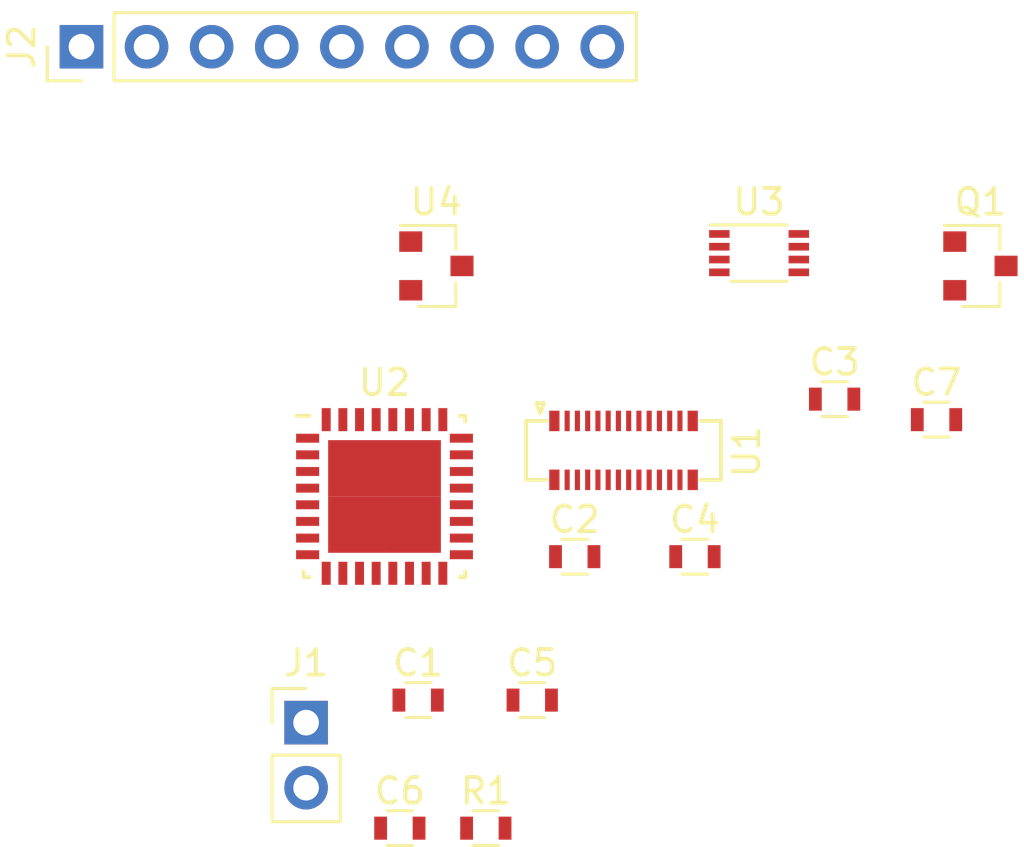
<source format=kicad_pcb>
(kicad_pcb (version 20171130) (host pcbnew "(2018-01-07 revision 445fc0000)-makepkg")

  (general
    (thickness 1.6)
    (drawings 0)
    (tracks 0)
    (zones 0)
    (modules 15)
    (nets 48)
  )

  (page A4)
  (layers
    (0 F.Cu signal)
    (31 B.Cu signal)
    (32 B.Adhes user)
    (33 F.Adhes user)
    (34 B.Paste user)
    (35 F.Paste user)
    (36 B.SilkS user)
    (37 F.SilkS user)
    (38 B.Mask user)
    (39 F.Mask user)
    (40 Dwgs.User user)
    (41 Cmts.User user)
    (42 Eco1.User user)
    (43 Eco2.User user)
    (44 Edge.Cuts user)
    (45 Margin user)
    (46 B.CrtYd user)
    (47 F.CrtYd user)
    (48 B.Fab user hide)
    (49 F.Fab user hide)
  )

  (setup
    (last_trace_width 0.25)
    (trace_clearance 0.2)
    (zone_clearance 0.508)
    (zone_45_only no)
    (trace_min 0.2)
    (segment_width 0.2)
    (edge_width 0.15)
    (via_size 0.8)
    (via_drill 0.4)
    (via_min_size 0.4)
    (via_min_drill 0.3)
    (uvia_size 0.3)
    (uvia_drill 0.1)
    (uvias_allowed no)
    (uvia_min_size 0.2)
    (uvia_min_drill 0.1)
    (pcb_text_width 0.3)
    (pcb_text_size 1.5 1.5)
    (mod_edge_width 0.15)
    (mod_text_size 1 1)
    (mod_text_width 0.15)
    (pad_size 1.524 1.524)
    (pad_drill 0.762)
    (pad_to_mask_clearance 0.2)
    (aux_axis_origin 0 0)
    (visible_elements 7FFFFFFF)
    (pcbplotparams
      (layerselection 0x010fc_ffffffff)
      (usegerberextensions false)
      (usegerberattributes false)
      (usegerberadvancedattributes false)
      (creategerberjobfile false)
      (excludeedgelayer true)
      (linewidth 0.100000)
      (plotframeref false)
      (viasonmask false)
      (mode 1)
      (useauxorigin false)
      (hpglpennumber 1)
      (hpglpenspeed 20)
      (hpglpendiameter 15)
      (psnegative false)
      (psa4output false)
      (plotreference true)
      (plotvalue true)
      (plotinvisibletext false)
      (padsonsilk false)
      (subtractmaskfromsilk false)
      (outputformat 1)
      (mirror false)
      (drillshape 1)
      (scaleselection 1)
      (outputdirectory ""))
  )

  (net 0 "")
  (net 1 "Net-(Q1-Pad3)")
  (net 2 GND)
  (net 3 /KBD_BL)
  (net 4 +3V3)
  (net 5 VDD)
  (net 6 "Net-(C6-Pad1)")
  (net 7 /SPI_SCK_IN)
  (net 8 /SPI_MISO)
  (net 9 /SPI_MOSI_IN)
  (net 10 /SPI_CS_IN)
  (net 11 /SPI_INT)
  (net 12 /KBD_MIC)
  (net 13 /SWDIO)
  (net 14 /SWCLK)
  (net 15 /SPI_SCK)
  (net 16 /SPI_CS)
  (net 17 /SPI_MOSI)
  (net 18 "Net-(U2-Pad1)")
  (net 19 "Net-(U2-Pad2)")
  (net 20 "Net-(U2-Pad3)")
  (net 21 "Net-(U2-Pad10)")
  (net 22 "Net-(U2-Pad12)")
  (net 23 "Net-(U2-Pad13)")
  (net 24 "Net-(U2-Pad16)")
  (net 25 "Net-(U2-Pad17)")
  (net 26 "Net-(U2-Pad18)")
  (net 27 "Net-(U2-Pad19)")
  (net 28 "Net-(U2-Pad22)")
  (net 29 "Net-(U2-Pad23)")
  (net 30 "Net-(U2-Pad24)")
  (net 31 "Net-(U2-Pad27)")
  (net 32 "Net-(U2-Pad29)")
  (net 33 "Net-(U2-Pad30)")
  (net 34 "Net-(U2-Pad31)")
  (net 35 "Net-(U2-Pad32)")
  (net 36 /KBD_ROW1)
  (net 37 /KBD_COL1)
  (net 38 /KBD_ROW2)
  (net 39 /KBD_COL2)
  (net 40 /KBD_COL3)
  (net 41 /KBD_COL4)
  (net 42 /KBD_ROW3)
  (net 43 /KBD_COL5)
  (net 44 /KBD_ROW4)
  (net 45 /KBD_ROW5)
  (net 46 /KBD_ROW6)
  (net 47 /KBD_ROW7)

  (net_class Default "This is the default net class."
    (clearance 0.2)
    (trace_width 0.25)
    (via_dia 0.8)
    (via_drill 0.4)
    (uvia_dia 0.3)
    (uvia_drill 0.1)
    (add_net +3V3)
    (add_net /KBD_BL)
    (add_net /KBD_COL1)
    (add_net /KBD_COL2)
    (add_net /KBD_COL3)
    (add_net /KBD_COL4)
    (add_net /KBD_COL5)
    (add_net /KBD_MIC)
    (add_net /KBD_ROW1)
    (add_net /KBD_ROW2)
    (add_net /KBD_ROW3)
    (add_net /KBD_ROW4)
    (add_net /KBD_ROW5)
    (add_net /KBD_ROW6)
    (add_net /KBD_ROW7)
    (add_net /SPI_CS)
    (add_net /SPI_CS_IN)
    (add_net /SPI_INT)
    (add_net /SPI_MISO)
    (add_net /SPI_MOSI)
    (add_net /SPI_MOSI_IN)
    (add_net /SPI_SCK)
    (add_net /SPI_SCK_IN)
    (add_net /SWCLK)
    (add_net /SWDIO)
    (add_net GND)
    (add_net "Net-(C6-Pad1)")
    (add_net "Net-(Q1-Pad3)")
    (add_net "Net-(U2-Pad1)")
    (add_net "Net-(U2-Pad10)")
    (add_net "Net-(U2-Pad12)")
    (add_net "Net-(U2-Pad13)")
    (add_net "Net-(U2-Pad16)")
    (add_net "Net-(U2-Pad17)")
    (add_net "Net-(U2-Pad18)")
    (add_net "Net-(U2-Pad19)")
    (add_net "Net-(U2-Pad2)")
    (add_net "Net-(U2-Pad22)")
    (add_net "Net-(U2-Pad23)")
    (add_net "Net-(U2-Pad24)")
    (add_net "Net-(U2-Pad27)")
    (add_net "Net-(U2-Pad29)")
    (add_net "Net-(U2-Pad3)")
    (add_net "Net-(U2-Pad30)")
    (add_net "Net-(U2-Pad31)")
    (add_net "Net-(U2-Pad32)")
    (add_net VDD)
  )

  (module "Connectors_Hirose_extra:BM14B(0.8)-24DS-0.4V(53)" (layer F.Cu) (tedit 5A316BF1) (tstamp 5A5441BF)
    (at 131.15119 61.7575)
    (path /5A58C35F)
    (attr smd)
    (fp_text reference U1 (at 4.8 0.05 90) (layer F.SilkS)
      (effects (font (size 1 1) (thickness 0.15)))
    )
    (fp_text value BBQ10KBD (at 0 -2.65) (layer F.Fab)
      (effects (font (size 1 1) (thickness 0.15)))
    )
    (fp_line (start -3.64 -0.99) (end 3.64 -0.99) (layer F.Fab) (width 0.15))
    (fp_line (start 3.64 -0.99) (end 3.64 0.99) (layer F.Fab) (width 0.15))
    (fp_line (start 3.64 0.99) (end -3.64 0.99) (layer F.Fab) (width 0.15))
    (fp_line (start -3.64 0.99) (end -3.64 -0.99) (layer F.Fab) (width 0.15))
    (fp_line (start 3 -1.15) (end 3.8 -1.15) (layer F.SilkS) (width 0.15))
    (fp_line (start 3.8 -1.15) (end 3.8 1.15) (layer F.SilkS) (width 0.15))
    (fp_line (start 3.8 1.15) (end 3 1.15) (layer F.SilkS) (width 0.15))
    (fp_line (start -3 1.15) (end -3.8 1.15) (layer F.SilkS) (width 0.15))
    (fp_line (start -3.8 1.15) (end -3.8 -1.15) (layer F.SilkS) (width 0.15))
    (fp_line (start -3.8 -1.15) (end -3 -1.15) (layer F.SilkS) (width 0.15))
    (fp_line (start -3.4 -1.85) (end -3.1 -1.85) (layer F.SilkS) (width 0.15))
    (fp_line (start -3.1 -1.85) (end -3.25 -1.45) (layer F.SilkS) (width 0.15))
    (fp_line (start -3.25 -1.45) (end -3.4 -1.85) (layer F.SilkS) (width 0.15))
    (pad 2 smd rect (at -2.2 -1.15) (size 0.2 0.8) (layers F.Cu F.Paste F.Mask)
      (net 4 +3V3))
    (pad 3 smd rect (at -1.8 -1.15) (size 0.2 0.8) (layers F.Cu F.Paste F.Mask)
      (net 12 /KBD_MIC))
    (pad 4 smd rect (at -1.4 -1.15) (size 0.2 0.8) (layers F.Cu F.Paste F.Mask)
      (net 2 GND))
    (pad 5 smd rect (at -1 -1.15) (size 0.2 0.8) (layers F.Cu F.Paste F.Mask)
      (net 2 GND))
    (pad 6 smd rect (at -0.6 -1.15) (size 0.2 0.8) (layers F.Cu F.Paste F.Mask)
      (net 36 /KBD_ROW1))
    (pad 7 smd rect (at -0.2 -1.15) (size 0.2 0.8) (layers F.Cu F.Paste F.Mask)
      (net 37 /KBD_COL1))
    (pad 8 smd rect (at 0.2 -1.15) (size 0.2 0.8) (layers F.Cu F.Paste F.Mask)
      (net 38 /KBD_ROW2))
    (pad 9 smd rect (at 0.6 -1.15) (size 0.2 0.8) (layers F.Cu F.Paste F.Mask)
      (net 39 /KBD_COL2))
    (pad 10 smd rect (at 1 -1.15) (size 0.2 0.8) (layers F.Cu F.Paste F.Mask)
      (net 40 /KBD_COL3))
    (pad 11 smd rect (at 1.4 -1.15) (size 0.2 0.8) (layers F.Cu F.Paste F.Mask)
      (net 2 GND))
    (pad 12 smd rect (at 1.8 -1.15) (size 0.2 0.8) (layers F.Cu F.Paste F.Mask)
      (net 2 GND))
    (pad 13 smd rect (at 2.2 -1.15) (size 0.2 0.8) (layers F.Cu F.Paste F.Mask)
      (net 2 GND))
    (pad 16 smd rect (at 2.2 1.15) (size 0.2 0.8) (layers F.Cu F.Paste F.Mask)
      (net 2 GND))
    (pad 17 smd rect (at 1.8 1.15) (size 0.2 0.8) (layers F.Cu F.Paste F.Mask)
      (net 41 /KBD_COL4))
    (pad 18 smd rect (at 1.4 1.15) (size 0.2 0.8) (layers F.Cu F.Paste F.Mask)
      (net 42 /KBD_ROW3))
    (pad 19 smd rect (at 1 1.15) (size 0.2 0.8) (layers F.Cu F.Paste F.Mask)
      (net 43 /KBD_COL5))
    (pad 20 smd rect (at 0.6 1.15) (size 0.2 0.8) (layers F.Cu F.Paste F.Mask)
      (net 44 /KBD_ROW4))
    (pad 21 smd rect (at 0.2 1.15) (size 0.2 0.8) (layers F.Cu F.Paste F.Mask)
      (net 45 /KBD_ROW5))
    (pad 22 smd rect (at -0.2 1.15) (size 0.2 0.8) (layers F.Cu F.Paste F.Mask)
      (net 46 /KBD_ROW6))
    (pad 23 smd rect (at -0.6 1.15) (size 0.2 0.8) (layers F.Cu F.Paste F.Mask)
      (net 1 "Net-(Q1-Pad3)"))
    (pad 24 smd rect (at -1 1.15) (size 0.2 0.8) (layers F.Cu F.Paste F.Mask)
      (net 4 +3V3))
    (pad 25 smd rect (at -1.4 1.15) (size 0.2 0.8) (layers F.Cu F.Paste F.Mask)
      (net 1 "Net-(Q1-Pad3)"))
    (pad 26 smd rect (at -1.8 1.15) (size 0.2 0.8) (layers F.Cu F.Paste F.Mask)
      (net 4 +3V3))
    (pad 27 smd rect (at -2.2 1.15) (size 0.2 0.8) (layers F.Cu F.Paste F.Mask)
      (net 47 /KBD_ROW7))
    (pad 1 smd rect (at -2.7 -1.15) (size 0.4 0.8) (layers F.Cu F.Paste F.Mask)
      (net 2 GND))
    (pad 14 smd rect (at 2.7 -1.15) (size 0.4 0.8) (layers F.Cu F.Paste F.Mask)
      (net 2 GND))
    (pad 15 smd rect (at 2.7 1.15) (size 0.4 0.8) (layers F.Cu F.Paste F.Mask)
      (net 2 GND))
    (pad 28 smd rect (at -2.7 1.15) (size 0.4 0.8) (layers F.Cu F.Paste F.Mask)
      (net 2 GND))
    (model "${KIPRJMOD}/modules/packages3d/Connectors_Hirose.3dshapes/BM14B(0.8)-24DS-0.4V.stp"
      (offset (xyz 25.7 -30.1 -2.15))
      (scale (xyz 1 1 1))
      (rotate (xyz -90 0 -90))
    )
  )

  (module Housings_DFN_QFN_extra:QFN-32_EP_6x6_Pitch0.65mm (layer F.Cu) (tedit 5A52976A) (tstamp 5A544192)
    (at 121.824524 63.5575)
    (path /5A577271)
    (attr smd)
    (fp_text reference U2 (at 0 -4.45) (layer F.SilkS)
      (effects (font (size 1 1) (thickness 0.15)))
    )
    (fp_text value EFM32ZG210 (at 0 4.45) (layer F.Fab)
      (effects (font (size 1 1) (thickness 0.15)))
    )
    (fp_line (start -2 -3) (end -3 -2) (layer F.Fab) (width 0.15))
    (fp_line (start -3 -2) (end -3 3) (layer F.Fab) (width 0.15))
    (fp_line (start -3 3) (end 3 3) (layer F.Fab) (width 0.15))
    (fp_line (start 3 3) (end 3 -3) (layer F.Fab) (width 0.15))
    (fp_line (start 3 -3) (end -2 -3) (layer F.Fab) (width 0.15))
    (fp_line (start 2.925 -3.15) (end 3.15 -3.15) (layer F.SilkS) (width 0.15))
    (fp_line (start 3.15 -3.15) (end 3.15 -2.925) (layer F.SilkS) (width 0.15))
    (fp_line (start 2.925 3.15) (end 3.15 3.15) (layer F.SilkS) (width 0.15))
    (fp_line (start 3.15 3.15) (end 3.15 2.925) (layer F.SilkS) (width 0.15))
    (fp_line (start -2.925 3.15) (end -3.15 3.15) (layer F.SilkS) (width 0.15))
    (fp_line (start -3.15 3.15) (end -3.15 2.925) (layer F.SilkS) (width 0.15))
    (fp_line (start -2.925 -3.15) (end -3.45 -3.15) (layer F.SilkS) (width 0.15))
    (fp_line (start -3.7 -3.7) (end 3.7 -3.7) (layer F.CrtYd) (width 0.05))
    (fp_line (start 3.7 -3.7) (end 3.7 3.7) (layer F.CrtYd) (width 0.05))
    (fp_line (start 3.7 3.7) (end -3.7 3.7) (layer F.CrtYd) (width 0.05))
    (fp_line (start -3.7 3.7) (end -3.7 -3.7) (layer F.CrtYd) (width 0.05))
    (pad 1 smd rect (at -3 -2.275 90) (size 0.35 0.9) (layers F.Cu F.Paste F.Mask)
      (net 18 "Net-(U2-Pad1)"))
    (pad 2 smd rect (at -3 -1.625 90) (size 0.35 0.9) (layers F.Cu F.Paste F.Mask)
      (net 19 "Net-(U2-Pad2)"))
    (pad 3 smd rect (at -3 -0.975 90) (size 0.35 0.9) (layers F.Cu F.Paste F.Mask)
      (net 20 "Net-(U2-Pad3)"))
    (pad 4 smd rect (at -3 -0.325 90) (size 0.35 0.9) (layers F.Cu F.Paste F.Mask)
      (net 4 +3V3))
    (pad 5 smd rect (at -3 0.325 90) (size 0.35 0.9) (layers F.Cu F.Paste F.Mask)
      (net 8 /SPI_MISO))
    (pad 6 smd rect (at -3 0.975 90) (size 0.35 0.9) (layers F.Cu F.Paste F.Mask)
      (net 17 /SPI_MOSI))
    (pad 7 smd rect (at -3 1.625 90) (size 0.35 0.9) (layers F.Cu F.Paste F.Mask)
      (net 15 /SPI_SCK))
    (pad 8 smd rect (at -3 2.275 90) (size 0.35 0.9) (layers F.Cu F.Paste F.Mask)
      (net 16 /SPI_CS))
    (pad 9 smd rect (at -2.275 3) (size 0.35 0.9) (layers F.Cu F.Paste F.Mask)
      (net 5 VDD))
    (pad 10 smd rect (at -1.625 3) (size 0.35 0.9) (layers F.Cu F.Paste F.Mask)
      (net 21 "Net-(U2-Pad10)"))
    (pad 11 smd rect (at -0.975 3) (size 0.35 0.9) (layers F.Cu F.Paste F.Mask)
      (net 4 +3V3))
    (pad 12 smd rect (at -0.325 3) (size 0.35 0.9) (layers F.Cu F.Paste F.Mask)
      (net 22 "Net-(U2-Pad12)"))
    (pad 13 smd rect (at 0.325 3) (size 0.35 0.9) (layers F.Cu F.Paste F.Mask)
      (net 23 "Net-(U2-Pad13)"))
    (pad 14 smd rect (at 0.975 3) (size 0.35 0.9) (layers F.Cu F.Paste F.Mask)
      (net 4 +3V3))
    (pad 15 smd rect (at 1.625 3) (size 0.35 0.9) (layers F.Cu F.Paste F.Mask)
      (net 4 +3V3))
    (pad 16 smd rect (at 2.275 3) (size 0.35 0.9) (layers F.Cu F.Paste F.Mask)
      (net 24 "Net-(U2-Pad16)"))
    (pad 17 smd rect (at 3 2.275 90) (size 0.35 0.9) (layers F.Cu F.Paste F.Mask)
      (net 25 "Net-(U2-Pad17)"))
    (pad 18 smd rect (at 3 1.625 90) (size 0.35 0.9) (layers F.Cu F.Paste F.Mask)
      (net 26 "Net-(U2-Pad18)"))
    (pad 19 smd rect (at 3 0.975 90) (size 0.35 0.9) (layers F.Cu F.Paste F.Mask)
      (net 27 "Net-(U2-Pad19)"))
    (pad 20 smd rect (at 3 0.325 90) (size 0.35 0.9) (layers F.Cu F.Paste F.Mask)
      (net 4 +3V3))
    (pad 21 smd rect (at 3 -0.325 90) (size 0.35 0.9) (layers F.Cu F.Paste F.Mask)
      (net 6 "Net-(C6-Pad1)"))
    (pad 22 smd rect (at 3 -0.975 90) (size 0.35 0.9) (layers F.Cu F.Paste F.Mask)
      (net 28 "Net-(U2-Pad22)"))
    (pad 23 smd rect (at 3 -1.625 90) (size 0.35 0.9) (layers F.Cu F.Paste F.Mask)
      (net 29 "Net-(U2-Pad23)"))
    (pad 24 smd rect (at 3 -2.275 90) (size 0.35 0.9) (layers F.Cu F.Paste F.Mask)
      (net 30 "Net-(U2-Pad24)"))
    (pad 25 smd rect (at 2.275 -3) (size 0.35 0.9) (layers F.Cu F.Paste F.Mask)
      (net 14 /SWCLK))
    (pad 26 smd rect (at 1.625 -3) (size 0.35 0.9) (layers F.Cu F.Paste F.Mask)
      (net 13 /SWDIO))
    (pad 27 smd rect (at 0.975 -3) (size 0.35 0.9) (layers F.Cu F.Paste F.Mask)
      (net 31 "Net-(U2-Pad27)"))
    (pad 28 smd rect (at 0.325 -3) (size 0.35 0.9) (layers F.Cu F.Paste F.Mask)
      (net 4 +3V3))
    (pad 29 smd rect (at -0.325 -3) (size 0.35 0.9) (layers F.Cu F.Paste F.Mask)
      (net 32 "Net-(U2-Pad29)"))
    (pad 30 smd rect (at -0.975 -3) (size 0.35 0.9) (layers F.Cu F.Paste F.Mask)
      (net 33 "Net-(U2-Pad30)"))
    (pad 31 smd rect (at -1.625 -3) (size 0.35 0.9) (layers F.Cu F.Paste F.Mask)
      (net 34 "Net-(U2-Pad31)"))
    (pad 32 smd rect (at -2.275 -3) (size 0.35 0.9) (layers F.Cu F.Paste F.Mask)
      (net 35 "Net-(U2-Pad32)"))
    (pad 33 smd rect (at -1.1 -1.1) (size 2.2 2.2) (layers F.Cu F.Paste F.Mask)
      (net 2 GND) (solder_paste_margin -0.1))
    (pad 33 smd rect (at -1.1 1.1) (size 2.2 2.2) (layers F.Cu F.Paste F.Mask)
      (net 2 GND) (solder_paste_margin -0.1))
    (pad 33 smd rect (at 1.1 -1.1) (size 2.2 2.2) (layers F.Cu F.Paste F.Mask)
      (net 2 GND) (solder_paste_margin -0.1))
    (pad 33 smd rect (at 1.1 1.1) (size 2.2 2.2) (layers F.Cu F.Paste F.Mask)
      (net 2 GND) (solder_paste_margin -0.1))
    (model ${KISYS3DMOD}/Housings_DFN_QFN.3dshapes/QFN-32-1EP_5x5mm_Pitch0.5mm.wrl
      (at (xyz 0 0 0))
      (scale (xyz 1.25 1.25 1.2))
      (rotate (xyz 0 0 0))
    )
  )

  (module Housings_SSOP:VSSOP-8_2.3x2mm_Pitch0.5mm (layer F.Cu) (tedit 589DBB26) (tstamp 5A54415A)
    (at 136.439285 54.0575)
    (descr "VSSOP-8 2.3x2mm Pitch 0.5mm")
    (tags "VSSOP-8 2.3x2mm Pitch 0.5mm")
    (path /5A53C954)
    (attr smd)
    (fp_text reference U3 (at 0 -2) (layer F.SilkS)
      (effects (font (size 1 1) (thickness 0.15)))
    )
    (fp_text value SN74LVC3G07DCUR (at 0 2.2) (layer F.Fab)
      (effects (font (size 1 1) (thickness 0.15)))
    )
    (fp_text user %R (at 0 0) (layer F.Fab)
      (effects (font (size 0.5 0.5) (thickness 0.1)))
    )
    (fp_line (start 1.15 -1) (end 1.15 1) (layer F.Fab) (width 0.1))
    (fp_line (start 1.15 1) (end -1.15 1) (layer F.Fab) (width 0.1))
    (fp_line (start -1.15 1) (end -1.15 -0.45) (layer F.Fab) (width 0.1))
    (fp_line (start -0.6 -1) (end 1.15 -1) (layer F.Fab) (width 0.1))
    (fp_line (start -0.6 -1) (end -1.15 -0.45) (layer F.Fab) (width 0.1))
    (fp_line (start 1.1 -1.1) (end -1.9 -1.1) (layer F.SilkS) (width 0.12))
    (fp_line (start 1.1 1.1) (end -1.1 1.1) (layer F.SilkS) (width 0.12))
    (fp_line (start 2.25 -1.25) (end 2.25 1.25) (layer F.CrtYd) (width 0.05))
    (fp_line (start 2.25 1.25) (end -2.25 1.25) (layer F.CrtYd) (width 0.05))
    (fp_line (start -2.25 1.25) (end -2.25 -1.25) (layer F.CrtYd) (width 0.05))
    (fp_line (start -2.25 -1.25) (end 2.25 -1.25) (layer F.CrtYd) (width 0.05))
    (pad 8 smd rect (at 1.55 -0.75 270) (size 0.3 0.8) (layers F.Cu F.Paste F.Mask)
      (net 4 +3V3))
    (pad 7 smd rect (at 1.55 -0.25 270) (size 0.3 0.8) (layers F.Cu F.Paste F.Mask)
      (net 15 /SPI_SCK))
    (pad 6 smd rect (at 1.55 0.25 270) (size 0.3 0.8) (layers F.Cu F.Paste F.Mask)
      (net 9 /SPI_MOSI_IN))
    (pad 5 smd rect (at 1.55 0.75 270) (size 0.3 0.8) (layers F.Cu F.Paste F.Mask)
      (net 16 /SPI_CS))
    (pad 4 smd rect (at -1.55 0.75 270) (size 0.3 0.8) (layers F.Cu F.Paste F.Mask)
      (net 2 GND))
    (pad 3 smd rect (at -1.55 0.25 270) (size 0.3 0.8) (layers F.Cu F.Paste F.Mask)
      (net 10 /SPI_CS_IN))
    (pad 2 smd rect (at -1.55 -0.25 270) (size 0.3 0.8) (layers F.Cu F.Paste F.Mask)
      (net 17 /SPI_MOSI))
    (pad 1 smd rect (at -1.55 -0.75 270) (size 0.3 0.8) (layers F.Cu F.Paste F.Mask)
      (net 7 /SPI_SCK_IN))
    (model ${KISYS3DMOD}/Housings_SSOP.3dshapes/VSSOP-8_2.3x2mm_Pitch0.5mm.wrl
      (at (xyz 0 0 0))
      (scale (xyz 1 1 1))
      (rotate (xyz 0 0 0))
    )
  )

  (module Pin_Headers:Pin_Header_Straight_1x02_Pitch2.54mm (layer F.Cu) (tedit 59650532) (tstamp 5A544142)
    (at 118.765001 72.3875)
    (descr "Through hole straight pin header, 1x02, 2.54mm pitch, single row")
    (tags "Through hole pin header THT 1x02 2.54mm single row")
    (path /5A591CAE)
    (fp_text reference J1 (at 0 -2.33) (layer F.SilkS)
      (effects (font (size 1 1) (thickness 0.15)))
    )
    (fp_text value SWD (at 0 4.87) (layer F.Fab)
      (effects (font (size 1 1) (thickness 0.15)))
    )
    (fp_text user %R (at 0 1.27 90) (layer F.Fab)
      (effects (font (size 1 1) (thickness 0.15)))
    )
    (fp_line (start 1.8 -1.8) (end -1.8 -1.8) (layer F.CrtYd) (width 0.05))
    (fp_line (start 1.8 4.35) (end 1.8 -1.8) (layer F.CrtYd) (width 0.05))
    (fp_line (start -1.8 4.35) (end 1.8 4.35) (layer F.CrtYd) (width 0.05))
    (fp_line (start -1.8 -1.8) (end -1.8 4.35) (layer F.CrtYd) (width 0.05))
    (fp_line (start -1.33 -1.33) (end 0 -1.33) (layer F.SilkS) (width 0.12))
    (fp_line (start -1.33 0) (end -1.33 -1.33) (layer F.SilkS) (width 0.12))
    (fp_line (start -1.33 1.27) (end 1.33 1.27) (layer F.SilkS) (width 0.12))
    (fp_line (start 1.33 1.27) (end 1.33 3.87) (layer F.SilkS) (width 0.12))
    (fp_line (start -1.33 1.27) (end -1.33 3.87) (layer F.SilkS) (width 0.12))
    (fp_line (start -1.33 3.87) (end 1.33 3.87) (layer F.SilkS) (width 0.12))
    (fp_line (start -1.27 -0.635) (end -0.635 -1.27) (layer F.Fab) (width 0.1))
    (fp_line (start -1.27 3.81) (end -1.27 -0.635) (layer F.Fab) (width 0.1))
    (fp_line (start 1.27 3.81) (end -1.27 3.81) (layer F.Fab) (width 0.1))
    (fp_line (start 1.27 -1.27) (end 1.27 3.81) (layer F.Fab) (width 0.1))
    (fp_line (start -0.635 -1.27) (end 1.27 -1.27) (layer F.Fab) (width 0.1))
    (pad 2 thru_hole oval (at 0 2.54) (size 1.7 1.7) (drill 1) (layers *.Cu *.Mask)
      (net 13 /SWDIO))
    (pad 1 thru_hole rect (at 0 0) (size 1.7 1.7) (drill 1) (layers *.Cu *.Mask)
      (net 14 /SWCLK))
  )

  (module Pin_Headers:Pin_Header_Straight_1x09_Pitch2.54mm (layer F.Cu) (tedit 59650532) (tstamp 5A54412C)
    (at 110 46 90)
    (descr "Through hole straight pin header, 1x09, 2.54mm pitch, single row")
    (tags "Through hole pin header THT 1x09 2.54mm single row")
    (path /5A5BCB4A)
    (fp_text reference J2 (at 0 -2.33 90) (layer F.SilkS)
      (effects (font (size 1 1) (thickness 0.15)))
    )
    (fp_text value Conn_01x09 (at 0 22.65 90) (layer F.Fab)
      (effects (font (size 1 1) (thickness 0.15)))
    )
    (fp_text user %R (at 0 10.16 180) (layer F.Fab)
      (effects (font (size 1 1) (thickness 0.15)))
    )
    (fp_line (start 1.8 -1.8) (end -1.8 -1.8) (layer F.CrtYd) (width 0.05))
    (fp_line (start 1.8 22.1) (end 1.8 -1.8) (layer F.CrtYd) (width 0.05))
    (fp_line (start -1.8 22.1) (end 1.8 22.1) (layer F.CrtYd) (width 0.05))
    (fp_line (start -1.8 -1.8) (end -1.8 22.1) (layer F.CrtYd) (width 0.05))
    (fp_line (start -1.33 -1.33) (end 0 -1.33) (layer F.SilkS) (width 0.12))
    (fp_line (start -1.33 0) (end -1.33 -1.33) (layer F.SilkS) (width 0.12))
    (fp_line (start -1.33 1.27) (end 1.33 1.27) (layer F.SilkS) (width 0.12))
    (fp_line (start 1.33 1.27) (end 1.33 21.65) (layer F.SilkS) (width 0.12))
    (fp_line (start -1.33 1.27) (end -1.33 21.65) (layer F.SilkS) (width 0.12))
    (fp_line (start -1.33 21.65) (end 1.33 21.65) (layer F.SilkS) (width 0.12))
    (fp_line (start -1.27 -0.635) (end -0.635 -1.27) (layer F.Fab) (width 0.1))
    (fp_line (start -1.27 21.59) (end -1.27 -0.635) (layer F.Fab) (width 0.1))
    (fp_line (start 1.27 21.59) (end -1.27 21.59) (layer F.Fab) (width 0.1))
    (fp_line (start 1.27 -1.27) (end 1.27 21.59) (layer F.Fab) (width 0.1))
    (fp_line (start -0.635 -1.27) (end 1.27 -1.27) (layer F.Fab) (width 0.1))
    (pad 9 thru_hole oval (at 0 20.32 90) (size 1.7 1.7) (drill 1) (layers *.Cu *.Mask)
      (net 5 VDD))
    (pad 8 thru_hole oval (at 0 17.78 90) (size 1.7 1.7) (drill 1) (layers *.Cu *.Mask)
      (net 4 +3V3))
    (pad 7 thru_hole oval (at 0 15.24 90) (size 1.7 1.7) (drill 1) (layers *.Cu *.Mask)
      (net 2 GND))
    (pad 6 thru_hole oval (at 0 12.7 90) (size 1.7 1.7) (drill 1) (layers *.Cu *.Mask)
      (net 7 /SPI_SCK_IN))
    (pad 5 thru_hole oval (at 0 10.16 90) (size 1.7 1.7) (drill 1) (layers *.Cu *.Mask)
      (net 8 /SPI_MISO))
    (pad 4 thru_hole oval (at 0 7.62 90) (size 1.7 1.7) (drill 1) (layers *.Cu *.Mask)
      (net 9 /SPI_MOSI_IN))
    (pad 3 thru_hole oval (at 0 5.08 90) (size 1.7 1.7) (drill 1) (layers *.Cu *.Mask)
      (net 10 /SPI_CS_IN))
    (pad 2 thru_hole oval (at 0 2.54 90) (size 1.7 1.7) (drill 1) (layers *.Cu *.Mask)
      (net 11 /SPI_INT))
    (pad 1 thru_hole rect (at 0 0 90) (size 1.7 1.7) (drill 1) (layers *.Cu *.Mask)
      (net 12 /KBD_MIC))
    (model ${KISYS3DMOD}/Pin_Headers.3dshapes/Pin_Header_Straight_1x09_Pitch2.54mm.wrl
      (at (xyz 0 0 0))
      (scale (xyz 1 1 1))
      (rotate (xyz 0 0 0))
    )
  )

  (module Resistors_SMD:R_0603 (layer F.Cu) (tedit 58E0A804) (tstamp 5A54410F)
    (at 125.777381 76.5075)
    (descr "Resistor SMD 0603, reflow soldering, Vishay (see dcrcw.pdf)")
    (tags "resistor 0603")
    (path /5A5DB415)
    (attr smd)
    (fp_text reference R1 (at 0 -1.45) (layer F.SilkS)
      (effects (font (size 1 1) (thickness 0.15)))
    )
    (fp_text value 10K (at 0 1.5) (layer F.Fab)
      (effects (font (size 1 1) (thickness 0.15)))
    )
    (fp_text user %R (at 0 0) (layer F.Fab)
      (effects (font (size 0.4 0.4) (thickness 0.075)))
    )
    (fp_line (start -0.8 0.4) (end -0.8 -0.4) (layer F.Fab) (width 0.1))
    (fp_line (start 0.8 0.4) (end -0.8 0.4) (layer F.Fab) (width 0.1))
    (fp_line (start 0.8 -0.4) (end 0.8 0.4) (layer F.Fab) (width 0.1))
    (fp_line (start -0.8 -0.4) (end 0.8 -0.4) (layer F.Fab) (width 0.1))
    (fp_line (start 0.5 0.68) (end -0.5 0.68) (layer F.SilkS) (width 0.12))
    (fp_line (start -0.5 -0.68) (end 0.5 -0.68) (layer F.SilkS) (width 0.12))
    (fp_line (start -1.25 -0.7) (end 1.25 -0.7) (layer F.CrtYd) (width 0.05))
    (fp_line (start -1.25 -0.7) (end -1.25 0.7) (layer F.CrtYd) (width 0.05))
    (fp_line (start 1.25 0.7) (end 1.25 -0.7) (layer F.CrtYd) (width 0.05))
    (fp_line (start 1.25 0.7) (end -1.25 0.7) (layer F.CrtYd) (width 0.05))
    (pad 1 smd rect (at -0.75 0) (size 0.5 0.9) (layers F.Cu F.Paste F.Mask)
      (net 3 /KBD_BL))
    (pad 2 smd rect (at 0.75 0) (size 0.5 0.9) (layers F.Cu F.Paste F.Mask)
      (net 2 GND))
    (model ${KISYS3DMOD}/Resistors_SMD.3dshapes/R_0603.wrl
      (at (xyz 0 0 0))
      (scale (xyz 1 1 1))
      (rotate (xyz 0 0 0))
    )
  )

  (module Resistors_SMD:R_0603 (layer F.Cu) (tedit 58E0A804) (tstamp 5A5440FE)
    (at 143.362143 60.5575)
    (descr "Resistor SMD 0603, reflow soldering, Vishay (see dcrcw.pdf)")
    (tags "resistor 0603")
    (path /5A5BC7FB)
    (attr smd)
    (fp_text reference C7 (at 0 -1.45) (layer F.SilkS)
      (effects (font (size 1 1) (thickness 0.15)))
    )
    (fp_text value 1uF (at 0 1.5) (layer F.Fab)
      (effects (font (size 1 1) (thickness 0.15)))
    )
    (fp_line (start 1.25 0.7) (end -1.25 0.7) (layer F.CrtYd) (width 0.05))
    (fp_line (start 1.25 0.7) (end 1.25 -0.7) (layer F.CrtYd) (width 0.05))
    (fp_line (start -1.25 -0.7) (end -1.25 0.7) (layer F.CrtYd) (width 0.05))
    (fp_line (start -1.25 -0.7) (end 1.25 -0.7) (layer F.CrtYd) (width 0.05))
    (fp_line (start -0.5 -0.68) (end 0.5 -0.68) (layer F.SilkS) (width 0.12))
    (fp_line (start 0.5 0.68) (end -0.5 0.68) (layer F.SilkS) (width 0.12))
    (fp_line (start -0.8 -0.4) (end 0.8 -0.4) (layer F.Fab) (width 0.1))
    (fp_line (start 0.8 -0.4) (end 0.8 0.4) (layer F.Fab) (width 0.1))
    (fp_line (start 0.8 0.4) (end -0.8 0.4) (layer F.Fab) (width 0.1))
    (fp_line (start -0.8 0.4) (end -0.8 -0.4) (layer F.Fab) (width 0.1))
    (fp_text user %R (at 0 0) (layer F.Fab)
      (effects (font (size 0.4 0.4) (thickness 0.075)))
    )
    (pad 2 smd rect (at 0.75 0) (size 0.5 0.9) (layers F.Cu F.Paste F.Mask)
      (net 5 VDD))
    (pad 1 smd rect (at -0.75 0) (size 0.5 0.9) (layers F.Cu F.Paste F.Mask)
      (net 2 GND))
    (model ${KISYS3DMOD}/Capacitors_SMD.3dshapes/C_0603.wrl
      (at (xyz 0 0 0))
      (scale (xyz 1 1 1))
      (rotate (xyz 0 0 0))
    )
  )

  (module Resistors_SMD:R_0603 (layer F.Cu) (tedit 58E0A804) (tstamp 5A5440ED)
    (at 122.422143 76.5075)
    (descr "Resistor SMD 0603, reflow soldering, Vishay (see dcrcw.pdf)")
    (tags "resistor 0603")
    (path /5A58387A)
    (attr smd)
    (fp_text reference C6 (at 0 -1.45) (layer F.SilkS)
      (effects (font (size 1 1) (thickness 0.15)))
    )
    (fp_text value 1uF (at 0 1.5) (layer F.Fab)
      (effects (font (size 1 1) (thickness 0.15)))
    )
    (fp_text user %R (at 0 0) (layer F.Fab)
      (effects (font (size 0.4 0.4) (thickness 0.075)))
    )
    (fp_line (start -0.8 0.4) (end -0.8 -0.4) (layer F.Fab) (width 0.1))
    (fp_line (start 0.8 0.4) (end -0.8 0.4) (layer F.Fab) (width 0.1))
    (fp_line (start 0.8 -0.4) (end 0.8 0.4) (layer F.Fab) (width 0.1))
    (fp_line (start -0.8 -0.4) (end 0.8 -0.4) (layer F.Fab) (width 0.1))
    (fp_line (start 0.5 0.68) (end -0.5 0.68) (layer F.SilkS) (width 0.12))
    (fp_line (start -0.5 -0.68) (end 0.5 -0.68) (layer F.SilkS) (width 0.12))
    (fp_line (start -1.25 -0.7) (end 1.25 -0.7) (layer F.CrtYd) (width 0.05))
    (fp_line (start -1.25 -0.7) (end -1.25 0.7) (layer F.CrtYd) (width 0.05))
    (fp_line (start 1.25 0.7) (end 1.25 -0.7) (layer F.CrtYd) (width 0.05))
    (fp_line (start 1.25 0.7) (end -1.25 0.7) (layer F.CrtYd) (width 0.05))
    (pad 1 smd rect (at -0.75 0) (size 0.5 0.9) (layers F.Cu F.Paste F.Mask)
      (net 6 "Net-(C6-Pad1)"))
    (pad 2 smd rect (at 0.75 0) (size 0.5 0.9) (layers F.Cu F.Paste F.Mask)
      (net 2 GND))
    (model ${KISYS3DMOD}/Capacitors_SMD.3dshapes/C_0603.wrl
      (at (xyz 0 0 0))
      (scale (xyz 1 1 1))
      (rotate (xyz 0 0 0))
    )
  )

  (module Resistors_SMD:R_0603 (layer F.Cu) (tedit 58E0A804) (tstamp 5A5440DC)
    (at 127.588333 71.5075)
    (descr "Resistor SMD 0603, reflow soldering, Vishay (see dcrcw.pdf)")
    (tags "resistor 0603")
    (path /5A578E31)
    (attr smd)
    (fp_text reference C5 (at 0 -1.45) (layer F.SilkS)
      (effects (font (size 1 1) (thickness 0.15)))
    )
    (fp_text value 10nF (at 0 1.5) (layer F.Fab)
      (effects (font (size 1 1) (thickness 0.15)))
    )
    (fp_line (start 1.25 0.7) (end -1.25 0.7) (layer F.CrtYd) (width 0.05))
    (fp_line (start 1.25 0.7) (end 1.25 -0.7) (layer F.CrtYd) (width 0.05))
    (fp_line (start -1.25 -0.7) (end -1.25 0.7) (layer F.CrtYd) (width 0.05))
    (fp_line (start -1.25 -0.7) (end 1.25 -0.7) (layer F.CrtYd) (width 0.05))
    (fp_line (start -0.5 -0.68) (end 0.5 -0.68) (layer F.SilkS) (width 0.12))
    (fp_line (start 0.5 0.68) (end -0.5 0.68) (layer F.SilkS) (width 0.12))
    (fp_line (start -0.8 -0.4) (end 0.8 -0.4) (layer F.Fab) (width 0.1))
    (fp_line (start 0.8 -0.4) (end 0.8 0.4) (layer F.Fab) (width 0.1))
    (fp_line (start 0.8 0.4) (end -0.8 0.4) (layer F.Fab) (width 0.1))
    (fp_line (start -0.8 0.4) (end -0.8 -0.4) (layer F.Fab) (width 0.1))
    (fp_text user %R (at 0 0) (layer F.Fab)
      (effects (font (size 0.4 0.4) (thickness 0.075)))
    )
    (pad 2 smd rect (at 0.75 0) (size 0.5 0.9) (layers F.Cu F.Paste F.Mask)
      (net 2 GND))
    (pad 1 smd rect (at -0.75 0) (size 0.5 0.9) (layers F.Cu F.Paste F.Mask)
      (net 4 +3V3))
    (model ${KISYS3DMOD}/Capacitors_SMD.3dshapes/C_0603.wrl
      (at (xyz 0 0 0))
      (scale (xyz 1 1 1))
      (rotate (xyz 0 0 0))
    )
  )

  (module Resistors_SMD:R_0603 (layer F.Cu) (tedit 58E0A804) (tstamp 5A5440CB)
    (at 133.936428 65.9075)
    (descr "Resistor SMD 0603, reflow soldering, Vishay (see dcrcw.pdf)")
    (tags "resistor 0603")
    (path /5A58B40C)
    (attr smd)
    (fp_text reference C4 (at 0 -1.45) (layer F.SilkS)
      (effects (font (size 1 1) (thickness 0.15)))
    )
    (fp_text value 0.1uF (at 0 1.5) (layer F.Fab)
      (effects (font (size 1 1) (thickness 0.15)))
    )
    (fp_text user %R (at 0 0) (layer F.Fab)
      (effects (font (size 0.4 0.4) (thickness 0.075)))
    )
    (fp_line (start -0.8 0.4) (end -0.8 -0.4) (layer F.Fab) (width 0.1))
    (fp_line (start 0.8 0.4) (end -0.8 0.4) (layer F.Fab) (width 0.1))
    (fp_line (start 0.8 -0.4) (end 0.8 0.4) (layer F.Fab) (width 0.1))
    (fp_line (start -0.8 -0.4) (end 0.8 -0.4) (layer F.Fab) (width 0.1))
    (fp_line (start 0.5 0.68) (end -0.5 0.68) (layer F.SilkS) (width 0.12))
    (fp_line (start -0.5 -0.68) (end 0.5 -0.68) (layer F.SilkS) (width 0.12))
    (fp_line (start -1.25 -0.7) (end 1.25 -0.7) (layer F.CrtYd) (width 0.05))
    (fp_line (start -1.25 -0.7) (end -1.25 0.7) (layer F.CrtYd) (width 0.05))
    (fp_line (start 1.25 0.7) (end 1.25 -0.7) (layer F.CrtYd) (width 0.05))
    (fp_line (start 1.25 0.7) (end -1.25 0.7) (layer F.CrtYd) (width 0.05))
    (pad 1 smd rect (at -0.75 0) (size 0.5 0.9) (layers F.Cu F.Paste F.Mask)
      (net 4 +3V3))
    (pad 2 smd rect (at 0.75 0) (size 0.5 0.9) (layers F.Cu F.Paste F.Mask)
      (net 2 GND))
    (model ${KISYS3DMOD}/Capacitors_SMD.3dshapes/C_0603.wrl
      (at (xyz 0 0 0))
      (scale (xyz 1 1 1))
      (rotate (xyz 0 0 0))
    )
  )

  (module Resistors_SMD:R_0603 (layer F.Cu) (tedit 58E0A804) (tstamp 5A5440BA)
    (at 139.386428 59.7575)
    (descr "Resistor SMD 0603, reflow soldering, Vishay (see dcrcw.pdf)")
    (tags "resistor 0603")
    (path /5A58B3D0)
    (attr smd)
    (fp_text reference C3 (at 0 -1.45) (layer F.SilkS)
      (effects (font (size 1 1) (thickness 0.15)))
    )
    (fp_text value 0.1uF (at 0 1.5) (layer F.Fab)
      (effects (font (size 1 1) (thickness 0.15)))
    )
    (fp_line (start 1.25 0.7) (end -1.25 0.7) (layer F.CrtYd) (width 0.05))
    (fp_line (start 1.25 0.7) (end 1.25 -0.7) (layer F.CrtYd) (width 0.05))
    (fp_line (start -1.25 -0.7) (end -1.25 0.7) (layer F.CrtYd) (width 0.05))
    (fp_line (start -1.25 -0.7) (end 1.25 -0.7) (layer F.CrtYd) (width 0.05))
    (fp_line (start -0.5 -0.68) (end 0.5 -0.68) (layer F.SilkS) (width 0.12))
    (fp_line (start 0.5 0.68) (end -0.5 0.68) (layer F.SilkS) (width 0.12))
    (fp_line (start -0.8 -0.4) (end 0.8 -0.4) (layer F.Fab) (width 0.1))
    (fp_line (start 0.8 -0.4) (end 0.8 0.4) (layer F.Fab) (width 0.1))
    (fp_line (start 0.8 0.4) (end -0.8 0.4) (layer F.Fab) (width 0.1))
    (fp_line (start -0.8 0.4) (end -0.8 -0.4) (layer F.Fab) (width 0.1))
    (fp_text user %R (at 0 0) (layer F.Fab)
      (effects (font (size 0.4 0.4) (thickness 0.075)))
    )
    (pad 2 smd rect (at 0.75 0) (size 0.5 0.9) (layers F.Cu F.Paste F.Mask)
      (net 2 GND))
    (pad 1 smd rect (at -0.75 0) (size 0.5 0.9) (layers F.Cu F.Paste F.Mask)
      (net 4 +3V3))
    (model ${KISYS3DMOD}/Capacitors_SMD.3dshapes/C_0603.wrl
      (at (xyz 0 0 0))
      (scale (xyz 1 1 1))
      (rotate (xyz 0 0 0))
    )
  )

  (module Resistors_SMD:R_0603 (layer F.Cu) (tedit 58E0A804) (tstamp 5A5440A9)
    (at 129.246428 65.9075)
    (descr "Resistor SMD 0603, reflow soldering, Vishay (see dcrcw.pdf)")
    (tags "resistor 0603")
    (path /5A5982B9)
    (attr smd)
    (fp_text reference C2 (at 0 -1.45) (layer F.SilkS)
      (effects (font (size 1 1) (thickness 0.15)))
    )
    (fp_text value 0.1uF (at 0 1.5) (layer F.Fab)
      (effects (font (size 1 1) (thickness 0.15)))
    )
    (fp_text user %R (at 0 0) (layer F.Fab)
      (effects (font (size 0.4 0.4) (thickness 0.075)))
    )
    (fp_line (start -0.8 0.4) (end -0.8 -0.4) (layer F.Fab) (width 0.1))
    (fp_line (start 0.8 0.4) (end -0.8 0.4) (layer F.Fab) (width 0.1))
    (fp_line (start 0.8 -0.4) (end 0.8 0.4) (layer F.Fab) (width 0.1))
    (fp_line (start -0.8 -0.4) (end 0.8 -0.4) (layer F.Fab) (width 0.1))
    (fp_line (start 0.5 0.68) (end -0.5 0.68) (layer F.SilkS) (width 0.12))
    (fp_line (start -0.5 -0.68) (end 0.5 -0.68) (layer F.SilkS) (width 0.12))
    (fp_line (start -1.25 -0.7) (end 1.25 -0.7) (layer F.CrtYd) (width 0.05))
    (fp_line (start -1.25 -0.7) (end -1.25 0.7) (layer F.CrtYd) (width 0.05))
    (fp_line (start 1.25 0.7) (end 1.25 -0.7) (layer F.CrtYd) (width 0.05))
    (fp_line (start 1.25 0.7) (end -1.25 0.7) (layer F.CrtYd) (width 0.05))
    (pad 1 smd rect (at -0.75 0) (size 0.5 0.9) (layers F.Cu F.Paste F.Mask)
      (net 4 +3V3))
    (pad 2 smd rect (at 0.75 0) (size 0.5 0.9) (layers F.Cu F.Paste F.Mask)
      (net 2 GND))
    (model ${KISYS3DMOD}/Capacitors_SMD.3dshapes/C_0603.wrl
      (at (xyz 0 0 0))
      (scale (xyz 1 1 1))
      (rotate (xyz 0 0 0))
    )
  )

  (module Resistors_SMD:R_0603 (layer F.Cu) (tedit 58E0A804) (tstamp 5A544098)
    (at 123.136428 71.5075)
    (descr "Resistor SMD 0603, reflow soldering, Vishay (see dcrcw.pdf)")
    (tags "resistor 0603")
    (path /5A589030)
    (attr smd)
    (fp_text reference C1 (at 0 -1.45) (layer F.SilkS)
      (effects (font (size 1 1) (thickness 0.15)))
    )
    (fp_text value 4.7uF (at 0 1.5) (layer F.Fab)
      (effects (font (size 1 1) (thickness 0.15)))
    )
    (fp_line (start 1.25 0.7) (end -1.25 0.7) (layer F.CrtYd) (width 0.05))
    (fp_line (start 1.25 0.7) (end 1.25 -0.7) (layer F.CrtYd) (width 0.05))
    (fp_line (start -1.25 -0.7) (end -1.25 0.7) (layer F.CrtYd) (width 0.05))
    (fp_line (start -1.25 -0.7) (end 1.25 -0.7) (layer F.CrtYd) (width 0.05))
    (fp_line (start -0.5 -0.68) (end 0.5 -0.68) (layer F.SilkS) (width 0.12))
    (fp_line (start 0.5 0.68) (end -0.5 0.68) (layer F.SilkS) (width 0.12))
    (fp_line (start -0.8 -0.4) (end 0.8 -0.4) (layer F.Fab) (width 0.1))
    (fp_line (start 0.8 -0.4) (end 0.8 0.4) (layer F.Fab) (width 0.1))
    (fp_line (start 0.8 0.4) (end -0.8 0.4) (layer F.Fab) (width 0.1))
    (fp_line (start -0.8 0.4) (end -0.8 -0.4) (layer F.Fab) (width 0.1))
    (fp_text user %R (at 0 0) (layer F.Fab)
      (effects (font (size 0.4 0.4) (thickness 0.075)))
    )
    (pad 2 smd rect (at 0.75 0) (size 0.5 0.9) (layers F.Cu F.Paste F.Mask)
      (net 2 GND))
    (pad 1 smd rect (at -0.75 0) (size 0.5 0.9) (layers F.Cu F.Paste F.Mask)
      (net 4 +3V3))
    (model ${KISYS3DMOD}/Capacitors_SMD.3dshapes/C_0603.wrl
      (at (xyz 0 0 0))
      (scale (xyz 1 1 1))
      (rotate (xyz 0 0 0))
    )
  )

  (module TO_SOT_Packages_SMD:SOT-23 (layer F.Cu) (tedit 58CE4E7E) (tstamp 5A544087)
    (at 123.848333 54.5575)
    (descr "SOT-23, Standard")
    (tags SOT-23)
    (path /5A5A2139)
    (attr smd)
    (fp_text reference U4 (at 0 -2.5) (layer F.SilkS)
      (effects (font (size 1 1) (thickness 0.15)))
    )
    (fp_text value MCP1700T-3302E (at 0 2.5) (layer F.Fab)
      (effects (font (size 1 1) (thickness 0.15)))
    )
    (fp_text user %R (at 0 0 90) (layer F.Fab)
      (effects (font (size 0.5 0.5) (thickness 0.075)))
    )
    (fp_line (start -0.7 -0.95) (end -0.7 1.5) (layer F.Fab) (width 0.1))
    (fp_line (start -0.15 -1.52) (end 0.7 -1.52) (layer F.Fab) (width 0.1))
    (fp_line (start -0.7 -0.95) (end -0.15 -1.52) (layer F.Fab) (width 0.1))
    (fp_line (start 0.7 -1.52) (end 0.7 1.52) (layer F.Fab) (width 0.1))
    (fp_line (start -0.7 1.52) (end 0.7 1.52) (layer F.Fab) (width 0.1))
    (fp_line (start 0.76 1.58) (end 0.76 0.65) (layer F.SilkS) (width 0.12))
    (fp_line (start 0.76 -1.58) (end 0.76 -0.65) (layer F.SilkS) (width 0.12))
    (fp_line (start -1.7 -1.75) (end 1.7 -1.75) (layer F.CrtYd) (width 0.05))
    (fp_line (start 1.7 -1.75) (end 1.7 1.75) (layer F.CrtYd) (width 0.05))
    (fp_line (start 1.7 1.75) (end -1.7 1.75) (layer F.CrtYd) (width 0.05))
    (fp_line (start -1.7 1.75) (end -1.7 -1.75) (layer F.CrtYd) (width 0.05))
    (fp_line (start 0.76 -1.58) (end -1.4 -1.58) (layer F.SilkS) (width 0.12))
    (fp_line (start 0.76 1.58) (end -0.7 1.58) (layer F.SilkS) (width 0.12))
    (pad 1 smd rect (at -1 -0.95) (size 0.9 0.8) (layers F.Cu F.Paste F.Mask)
      (net 2 GND))
    (pad 2 smd rect (at -1 0.95) (size 0.9 0.8) (layers F.Cu F.Paste F.Mask)
      (net 4 +3V3))
    (pad 3 smd rect (at 1 0) (size 0.9 0.8) (layers F.Cu F.Paste F.Mask)
      (net 5 VDD))
    (model ${KISYS3DMOD}/TO_SOT_Packages_SMD.3dshapes/SOT-23.wrl
      (at (xyz 0 0 0))
      (scale (xyz 1 1 1))
      (rotate (xyz 0 0 0))
    )
  )

  (module TO_SOT_Packages_SMD:SOT-23 (layer F.Cu) (tedit 58CE4E7E) (tstamp 5A544072)
    (at 145.075952 54.5575)
    (descr "SOT-23, Standard")
    (tags SOT-23)
    (path /5A5BD0BD)
    (attr smd)
    (fp_text reference Q1 (at 0 -2.5) (layer F.SilkS)
      (effects (font (size 1 1) (thickness 0.15)))
    )
    (fp_text value BSS138 (at 0 2.5) (layer F.Fab)
      (effects (font (size 1 1) (thickness 0.15)))
    )
    (fp_line (start 0.76 1.58) (end -0.7 1.58) (layer F.SilkS) (width 0.12))
    (fp_line (start 0.76 -1.58) (end -1.4 -1.58) (layer F.SilkS) (width 0.12))
    (fp_line (start -1.7 1.75) (end -1.7 -1.75) (layer F.CrtYd) (width 0.05))
    (fp_line (start 1.7 1.75) (end -1.7 1.75) (layer F.CrtYd) (width 0.05))
    (fp_line (start 1.7 -1.75) (end 1.7 1.75) (layer F.CrtYd) (width 0.05))
    (fp_line (start -1.7 -1.75) (end 1.7 -1.75) (layer F.CrtYd) (width 0.05))
    (fp_line (start 0.76 -1.58) (end 0.76 -0.65) (layer F.SilkS) (width 0.12))
    (fp_line (start 0.76 1.58) (end 0.76 0.65) (layer F.SilkS) (width 0.12))
    (fp_line (start -0.7 1.52) (end 0.7 1.52) (layer F.Fab) (width 0.1))
    (fp_line (start 0.7 -1.52) (end 0.7 1.52) (layer F.Fab) (width 0.1))
    (fp_line (start -0.7 -0.95) (end -0.15 -1.52) (layer F.Fab) (width 0.1))
    (fp_line (start -0.15 -1.52) (end 0.7 -1.52) (layer F.Fab) (width 0.1))
    (fp_line (start -0.7 -0.95) (end -0.7 1.5) (layer F.Fab) (width 0.1))
    (fp_text user %R (at 0 0 90) (layer F.Fab)
      (effects (font (size 0.5 0.5) (thickness 0.075)))
    )
    (pad 3 smd rect (at 1 0) (size 0.9 0.8) (layers F.Cu F.Paste F.Mask)
      (net 1 "Net-(Q1-Pad3)"))
    (pad 2 smd rect (at -1 0.95) (size 0.9 0.8) (layers F.Cu F.Paste F.Mask)
      (net 2 GND))
    (pad 1 smd rect (at -1 -0.95) (size 0.9 0.8) (layers F.Cu F.Paste F.Mask)
      (net 3 /KBD_BL))
    (model ${KISYS3DMOD}/TO_SOT_Packages_SMD.3dshapes/SOT-23.wrl
      (at (xyz 0 0 0))
      (scale (xyz 1 1 1))
      (rotate (xyz 0 0 0))
    )
  )

)

</source>
